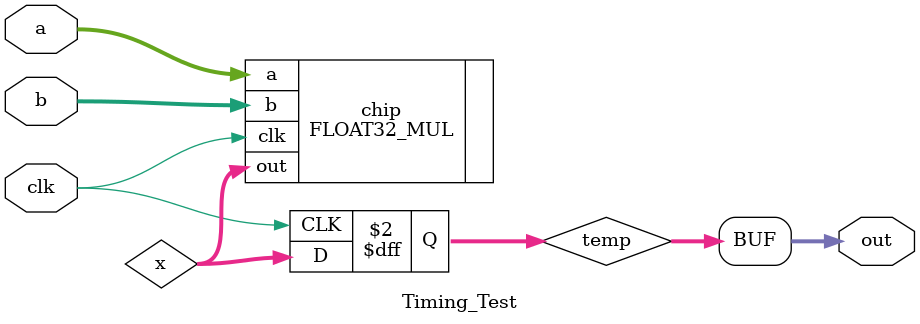
<source format=v>
`timescale 1ns / 1ps


module Timing_Test(
    input [32 - 1:0] a,
    input [32 - 1:0] b,
    input clk,
    output [32 - 1:0] out
);
    reg [32 - 1:0] temp;
    wire [32 - 1:0] x;
    
    FLOAT32_MUL chip (
        .a(a),
        .b(b),
        .out(x),
        .clk(clk)
    );
    
    always @ (posedge clk) temp <= x;
    assign out = temp;
endmodule

</source>
